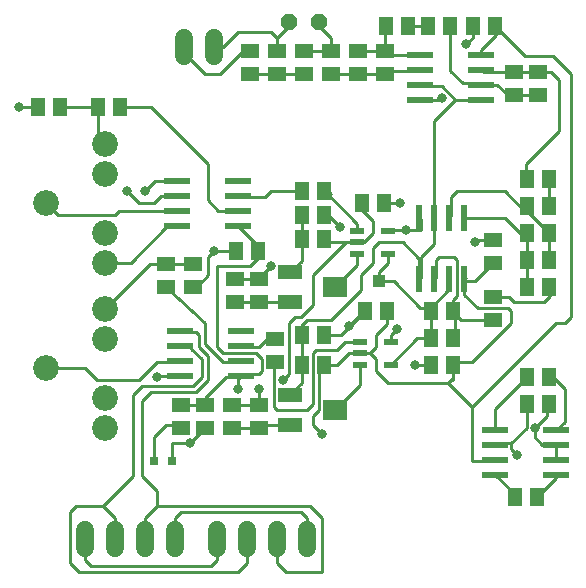
<source format=gtl>
G75*
G70*
%OFA0B0*%
%FSLAX24Y24*%
%IPPOS*%
%LPD*%
%AMOC8*
5,1,8,0,0,1.08239X$1,22.5*
%
%ADD10R,0.0591X0.0512*%
%ADD11R,0.0512X0.0591*%
%ADD12R,0.0787X0.0512*%
%ADD13R,0.0787X0.0709*%
%ADD14C,0.0860*%
%ADD15R,0.0866X0.0236*%
%ADD16OC8,0.0520*%
%ADD17R,0.0236X0.0866*%
%ADD18C,0.0600*%
%ADD19R,0.0315X0.0315*%
%ADD20R,0.0472X0.0236*%
%ADD21R,0.0394X0.0394*%
%ADD22C,0.0100*%
%ADD23C,0.0320*%
D10*
X007199Y005649D03*
X007999Y005649D03*
X007999Y006397D03*
X007199Y006397D03*
X008899Y006397D03*
X008899Y005649D03*
X009799Y005649D03*
X009799Y006397D03*
X010349Y007849D03*
X010349Y008597D03*
X009799Y009849D03*
X009799Y010597D03*
X008999Y010597D03*
X008999Y009849D03*
X007599Y010349D03*
X007599Y011097D03*
X006699Y011097D03*
X006699Y010349D03*
X009499Y017449D03*
X009499Y018197D03*
X010399Y018197D03*
X010399Y017449D03*
X011299Y017449D03*
X011299Y018197D03*
X012199Y018197D03*
X012199Y017449D03*
X013099Y017449D03*
X013099Y018197D03*
X013999Y018197D03*
X013999Y017449D03*
X018299Y017497D03*
X018299Y016749D03*
X019099Y016749D03*
X019099Y017497D03*
X017599Y011897D03*
X017599Y011149D03*
X017599Y009997D03*
X017599Y009249D03*
D11*
X018725Y010323D03*
X019473Y010323D03*
X019473Y011223D03*
X018725Y011223D03*
X018725Y012123D03*
X019473Y012123D03*
X019473Y013023D03*
X018725Y013023D03*
X018725Y013923D03*
X019473Y013923D03*
X016273Y009523D03*
X015525Y009523D03*
X015525Y008623D03*
X016273Y008623D03*
X016273Y007723D03*
X015525Y007723D03*
X014073Y009523D03*
X013325Y009523D03*
X011973Y008723D03*
X011225Y008723D03*
X011225Y007723D03*
X011973Y007723D03*
X009773Y011523D03*
X009025Y011523D03*
X011225Y011923D03*
X011973Y011923D03*
X011973Y012723D03*
X011225Y012723D03*
X011225Y013523D03*
X011973Y013523D03*
X013225Y013123D03*
X013973Y013123D03*
X014025Y019023D03*
X014773Y019023D03*
X015425Y019023D03*
X016173Y019023D03*
X016925Y019023D03*
X017673Y019023D03*
X018725Y007323D03*
X019473Y007323D03*
X019473Y006423D03*
X018725Y006423D03*
X019073Y003323D03*
X018325Y003323D03*
X005173Y016323D03*
X004425Y016323D03*
X003173Y016323D03*
X002425Y016323D03*
D12*
X010851Y010823D03*
X010851Y009823D03*
X010851Y006723D03*
X010851Y005723D03*
D13*
X012347Y006223D03*
X012347Y010323D03*
D14*
X004668Y009591D03*
X004668Y008607D03*
X004668Y006638D03*
X004668Y005654D03*
X002699Y007623D03*
X004668Y011154D03*
X004668Y012138D03*
X004668Y014107D03*
X004668Y015091D03*
X002699Y013123D03*
D15*
X007075Y013373D03*
X007075Y013873D03*
X007075Y012873D03*
X007075Y012373D03*
X009123Y012373D03*
X009123Y012873D03*
X009123Y013373D03*
X009123Y013873D03*
X009223Y008873D03*
X009223Y008373D03*
X009223Y007873D03*
X009223Y007373D03*
X007175Y007373D03*
X007175Y007873D03*
X007175Y008373D03*
X007175Y008873D03*
X015175Y016573D03*
X015175Y017073D03*
X015175Y017573D03*
X015175Y018073D03*
X017223Y018073D03*
X017223Y017573D03*
X017223Y017073D03*
X017223Y016573D03*
X017675Y005573D03*
X017675Y005073D03*
X017675Y004573D03*
X017675Y004073D03*
X019723Y004073D03*
X019723Y004573D03*
X019723Y005073D03*
X019723Y005573D03*
D16*
X011799Y019173D03*
X010799Y019173D03*
D17*
X015149Y012646D03*
X015649Y012646D03*
X016149Y012646D03*
X016649Y012646D03*
X016649Y010599D03*
X016149Y010599D03*
X015649Y010599D03*
X015149Y010599D03*
D18*
X008299Y018023D02*
X008299Y018623D01*
X007299Y018623D02*
X007299Y018023D01*
X006999Y002223D02*
X006999Y001623D01*
X005999Y001623D02*
X005999Y002223D01*
X004999Y002223D02*
X004999Y001623D01*
X003999Y001623D02*
X003999Y002223D01*
X008399Y002223D02*
X008399Y001623D01*
X009399Y001623D02*
X009399Y002223D01*
X010399Y002223D02*
X010399Y001623D01*
X011399Y001623D02*
X011399Y002223D01*
D19*
X006894Y004523D03*
X006304Y004523D03*
D20*
X013185Y007749D03*
X013185Y008123D03*
X013185Y008497D03*
X014213Y008497D03*
X014213Y007749D03*
X014113Y011449D03*
X014113Y012197D03*
X013085Y012197D03*
X013085Y011823D03*
X013085Y011449D03*
D21*
X013799Y010523D03*
D22*
X003499Y002823D02*
X003499Y001123D01*
X003799Y000823D01*
X009099Y000823D01*
X009399Y001123D01*
X009399Y001923D01*
X008399Y001923D02*
X008399Y001223D01*
X008199Y001023D01*
X004199Y001023D01*
X003999Y001223D01*
X003999Y001923D01*
X003499Y002823D02*
X003699Y003023D01*
X004599Y003023D01*
X005599Y004023D01*
X005599Y006723D01*
X005899Y007023D01*
X007599Y007023D01*
X007899Y007323D01*
X007899Y007923D01*
X007549Y008273D01*
X007549Y008373D01*
X007175Y008373D01*
X007199Y007923D02*
X007199Y007823D01*
X007175Y007846D01*
X007175Y007873D01*
X007175Y007846D02*
X007099Y007923D01*
X007199Y007823D02*
X006399Y007823D01*
X005799Y007223D01*
X004399Y007223D01*
X003999Y007623D01*
X002699Y007623D01*
X004668Y009591D02*
X006173Y011097D01*
X006699Y011097D01*
X007599Y011097D01*
X008099Y011323D02*
X008099Y010723D01*
X007725Y010349D01*
X007599Y010349D01*
X008399Y011023D02*
X008399Y008323D01*
X008599Y008123D01*
X009699Y008123D01*
X009899Y007923D01*
X009899Y007523D01*
X009799Y007423D01*
X009273Y007423D01*
X009223Y007373D01*
X009099Y007249D01*
X009099Y006923D01*
X009173Y007323D02*
X008699Y007323D01*
X007999Y006623D01*
X007999Y006397D01*
X007199Y006397D01*
X007699Y006823D02*
X008099Y007223D01*
X008099Y008023D01*
X007799Y008323D01*
X007799Y008723D01*
X007699Y008823D01*
X007225Y008823D01*
X007175Y008873D01*
X007999Y009123D02*
X007999Y008423D01*
X008599Y007823D01*
X009173Y007823D01*
X009223Y007873D01*
X009273Y008323D02*
X009223Y008373D01*
X009273Y008323D02*
X009799Y008323D01*
X010073Y008597D01*
X010349Y008597D01*
X010799Y009123D02*
X010799Y007423D01*
X010599Y007223D01*
X010849Y006773D02*
X010851Y006771D01*
X010851Y006723D01*
X010849Y006773D02*
X010799Y006723D01*
X010849Y006773D02*
X011225Y007149D01*
X011225Y007723D01*
X011225Y008723D01*
X011199Y008749D01*
X011199Y009023D01*
X011399Y009223D01*
X012199Y009223D01*
X013199Y010223D01*
X013199Y010723D01*
X013599Y011123D01*
X013599Y011623D01*
X013799Y011823D01*
X014599Y011823D01*
X015149Y011273D01*
X015149Y010599D01*
X015199Y010649D01*
X015199Y011323D01*
X015649Y011773D01*
X015649Y012646D01*
X015649Y015873D01*
X016349Y016573D01*
X015899Y017023D01*
X015225Y017023D01*
X015175Y017073D01*
X015125Y017523D02*
X015175Y017573D01*
X015125Y017523D02*
X013999Y017523D01*
X014025Y017449D01*
X013999Y017449D01*
X013099Y017449D01*
X012199Y017449D01*
X012199Y018197D02*
X011299Y018197D01*
X011299Y017449D02*
X010399Y017449D01*
X009499Y017449D01*
X009499Y018197D02*
X009473Y018223D01*
X009299Y018223D01*
X008499Y017423D01*
X007999Y017423D01*
X007299Y018123D01*
X007299Y018323D01*
X008299Y018323D02*
X008599Y018323D01*
X009099Y018823D01*
X010199Y018823D01*
X010399Y018623D01*
X010799Y019023D01*
X010799Y019173D01*
X010399Y018623D02*
X010399Y018197D01*
X011799Y019023D02*
X012199Y018623D01*
X012199Y018197D01*
X011799Y019023D02*
X011799Y019173D01*
X013099Y018197D02*
X013999Y018197D01*
X013999Y019097D01*
X014025Y019023D01*
X014773Y019023D02*
X015425Y019023D01*
X016173Y019023D02*
X016173Y017549D01*
X016599Y017123D01*
X017173Y017123D01*
X017223Y017073D01*
X017749Y017073D01*
X018099Y016723D01*
X018273Y016723D01*
X018299Y016749D01*
X019099Y016749D01*
X019799Y017223D02*
X019799Y015523D01*
X018699Y014423D01*
X018699Y013949D01*
X018725Y013923D01*
X017999Y013523D02*
X016399Y013523D01*
X016199Y013323D01*
X016199Y012696D01*
X016149Y012646D01*
X016649Y012646D02*
X016673Y012623D01*
X017999Y012623D01*
X018499Y012123D01*
X018725Y012123D01*
X018725Y011223D01*
X018725Y010323D01*
X018299Y009823D02*
X019299Y009823D01*
X019499Y010023D01*
X019499Y010323D01*
X019473Y010323D01*
X019473Y011223D02*
X019473Y012123D01*
X018725Y012871D01*
X018651Y012871D01*
X017999Y013523D01*
X018725Y013023D02*
X018725Y012871D01*
X019473Y013023D02*
X019499Y013023D01*
X019473Y013049D01*
X019473Y013923D01*
X017599Y011897D02*
X017073Y011897D01*
X016999Y011823D01*
X016399Y011223D02*
X016299Y011323D01*
X015799Y011323D01*
X015699Y011223D01*
X015699Y010649D01*
X015649Y010599D01*
X016099Y010549D02*
X016099Y010223D01*
X015525Y009649D01*
X015173Y009649D01*
X014299Y010523D01*
X013799Y010523D01*
X013799Y010823D01*
X014099Y011123D01*
X014099Y011435D01*
X014113Y011449D01*
X014113Y012197D02*
X014139Y012223D01*
X014699Y012223D01*
X015199Y012223D01*
X015199Y012596D01*
X015149Y012646D01*
X014499Y013123D02*
X013973Y013123D01*
X013299Y013197D02*
X013225Y013123D01*
X013299Y013049D01*
X013299Y012823D01*
X013199Y012923D01*
X013199Y013123D01*
X013299Y013223D01*
X013299Y013197D01*
X013299Y012823D02*
X013599Y012523D01*
X013599Y012123D01*
X013299Y011823D01*
X013085Y011823D01*
X012699Y011823D01*
X011599Y010723D01*
X011599Y009723D01*
X011199Y009323D01*
X010999Y009323D01*
X010799Y009123D01*
X010851Y009823D02*
X009825Y009823D01*
X009799Y009849D01*
X008999Y009849D01*
X008999Y010597D02*
X009773Y010597D01*
X010199Y011023D01*
X009773Y011297D02*
X009499Y011023D01*
X008399Y011023D01*
X008099Y011323D02*
X008299Y011523D01*
X009025Y011523D01*
X009773Y011523D02*
X009773Y011297D01*
X009773Y011523D02*
X009773Y011722D01*
X009123Y012373D01*
X009123Y012873D02*
X008449Y012873D01*
X008099Y013223D01*
X008099Y014423D01*
X006199Y016323D01*
X005173Y016323D01*
X004425Y016323D02*
X004425Y015334D01*
X004668Y015091D01*
X004425Y016323D02*
X003173Y016323D01*
X002425Y016323D02*
X001799Y016323D01*
X002699Y013123D02*
X003099Y012723D01*
X004999Y012723D01*
X005149Y012873D01*
X007075Y012873D01*
X007075Y013373D02*
X006549Y013373D01*
X006299Y013123D01*
X005799Y013123D01*
X005399Y013523D01*
X005999Y013523D02*
X006349Y013873D01*
X007075Y013873D01*
X007075Y012373D02*
X007025Y012323D01*
X006699Y012323D01*
X005531Y011154D01*
X004668Y011154D01*
X006699Y010349D02*
X006699Y010323D01*
X007999Y009123D01*
X008999Y010597D02*
X009799Y010597D01*
X010851Y010823D02*
X011225Y011197D01*
X011225Y011923D01*
X011225Y012723D01*
X011973Y012723D02*
X012099Y012723D01*
X012499Y012323D01*
X013085Y012437D02*
X013085Y012197D01*
X013085Y012437D02*
X011999Y013523D01*
X011973Y013523D01*
X011999Y013523D02*
X012099Y013523D01*
X012199Y013423D01*
X011225Y013523D02*
X010199Y013523D01*
X009999Y013323D01*
X009173Y013323D01*
X009123Y013373D01*
X011973Y011923D02*
X012073Y011823D01*
X013085Y011823D01*
X013085Y011449D02*
X013085Y011061D01*
X012347Y010323D01*
X013299Y009523D02*
X012799Y009023D01*
X012525Y008723D02*
X013325Y009523D01*
X013299Y009523D01*
X014073Y009523D02*
X014073Y009097D01*
X013699Y008723D01*
X013699Y008323D01*
X013499Y008123D01*
X013185Y008123D01*
X012799Y008123D01*
X012399Y007723D01*
X011973Y007723D01*
X011799Y007549D01*
X011799Y006223D01*
X011599Y006023D01*
X011599Y005723D01*
X011899Y005423D01*
X012347Y006223D02*
X013185Y007061D01*
X013185Y007749D01*
X013499Y008123D02*
X013699Y007923D01*
X013699Y007523D01*
X014099Y007123D01*
X016099Y007123D01*
X016899Y006323D01*
X019699Y009123D01*
X019999Y009123D01*
X020199Y009323D01*
X020199Y017423D01*
X019599Y018023D01*
X018673Y018023D01*
X017673Y019023D01*
X017699Y019023D01*
X017699Y018723D01*
X017223Y018246D01*
X017223Y018073D01*
X017223Y017573D02*
X017299Y017497D01*
X018299Y017497D01*
X019099Y017497D01*
X019525Y017497D01*
X019799Y017223D01*
X017673Y019023D02*
X017599Y019023D01*
X016925Y019023D02*
X016925Y018649D01*
X016699Y018423D01*
X015175Y018073D02*
X014123Y018073D01*
X013999Y018197D01*
X015175Y016573D02*
X015849Y016573D01*
X015899Y016623D01*
X016349Y016573D02*
X017223Y016573D01*
X016399Y011223D02*
X016399Y010023D01*
X016273Y009897D01*
X016273Y009523D01*
X016547Y009249D01*
X017599Y009249D01*
X017099Y009623D02*
X018099Y009623D01*
X018199Y009523D01*
X018199Y009123D01*
X016899Y007823D01*
X016373Y007823D01*
X016273Y007723D01*
X016273Y007297D01*
X016099Y007123D01*
X016273Y007249D02*
X016273Y007723D01*
X015525Y007723D02*
X014999Y007723D01*
X014213Y007749D02*
X015087Y008623D01*
X015525Y008623D01*
X015525Y009523D01*
X015525Y009649D01*
X016273Y009523D02*
X016347Y009449D01*
X016347Y008697D01*
X016273Y008623D01*
X017099Y009623D02*
X016649Y010073D01*
X016649Y010599D01*
X016699Y010649D01*
X016649Y010599D02*
X016725Y010523D01*
X016999Y010523D01*
X017599Y011123D01*
X017599Y011149D01*
X017599Y009997D02*
X018125Y009997D01*
X018299Y009823D01*
X016149Y010599D02*
X016099Y010549D01*
X014399Y008923D02*
X014213Y008737D01*
X014213Y008497D01*
X013185Y008497D02*
X012673Y008497D01*
X012399Y008223D01*
X011699Y008223D01*
X011599Y008123D01*
X011599Y006423D01*
X011399Y006223D01*
X010399Y006223D01*
X010299Y006323D01*
X010299Y007723D01*
X010399Y007823D01*
X010349Y007849D01*
X009799Y006923D02*
X009799Y006423D01*
X009773Y006397D01*
X008899Y006397D01*
X009799Y006397D01*
X009873Y005723D02*
X009799Y005649D01*
X008899Y005649D01*
X009873Y005723D02*
X010851Y005723D01*
X009223Y007373D02*
X009173Y007323D01*
X007699Y006823D02*
X006199Y006823D01*
X005899Y006523D01*
X005899Y004023D01*
X006399Y003523D01*
X006399Y003023D01*
X011499Y003023D01*
X011899Y002623D01*
X011899Y000823D01*
X010699Y000823D01*
X010399Y001123D01*
X010399Y001923D01*
X011199Y002823D02*
X011399Y002623D01*
X011399Y001923D01*
X011199Y002823D02*
X007199Y002823D01*
X006999Y002623D01*
X006999Y001923D01*
X005999Y001923D02*
X005999Y002623D01*
X006399Y003023D01*
X004999Y002623D02*
X004999Y001923D01*
X004999Y002623D02*
X004599Y003023D01*
X006299Y004523D02*
X006304Y004523D01*
X006299Y004523D02*
X006299Y005323D01*
X006699Y005723D01*
X007099Y005723D01*
X007104Y005727D01*
X007120Y005727D01*
X007199Y005649D01*
X007199Y005723D02*
X007099Y005723D01*
X006894Y005127D02*
X007499Y005123D01*
X007999Y005623D01*
X007999Y005649D01*
X006894Y005127D02*
X006894Y004523D01*
X006399Y007323D02*
X006449Y007373D01*
X007175Y007373D01*
X011973Y008723D02*
X012525Y008723D01*
X016899Y006323D02*
X016899Y004523D01*
X017625Y004523D01*
X017675Y004573D01*
X017675Y005073D02*
X017725Y005123D01*
X018199Y005123D01*
X018199Y004923D01*
X018399Y004723D01*
X018199Y005123D02*
X018725Y005649D01*
X018725Y006423D01*
X019399Y006349D02*
X019399Y006023D01*
X018999Y005623D01*
X018999Y005323D01*
X019249Y005073D01*
X019723Y005073D01*
X019723Y004573D01*
X019723Y004073D02*
X019723Y003972D01*
X019073Y003323D01*
X018325Y003323D02*
X018325Y003423D01*
X017675Y004073D01*
X017675Y005573D02*
X017675Y006273D01*
X018725Y007323D01*
X019473Y007323D02*
X019599Y007323D01*
X019999Y006923D01*
X019999Y005849D01*
X019723Y005573D01*
X019399Y006349D02*
X019473Y006423D01*
D23*
X018999Y005623D03*
X018399Y004723D03*
X014999Y007723D03*
X014399Y008923D03*
X012799Y009023D03*
X010599Y007223D03*
X009799Y006923D03*
X009099Y006923D03*
X007499Y005123D03*
X006399Y007323D03*
X010199Y011023D03*
X008299Y011523D03*
X005999Y013523D03*
X005399Y013523D03*
X001799Y016323D03*
X012499Y012323D03*
X014499Y013123D03*
X014699Y012223D03*
X016999Y011823D03*
X015899Y016623D03*
X016699Y018423D03*
X011899Y005423D03*
M02*

</source>
